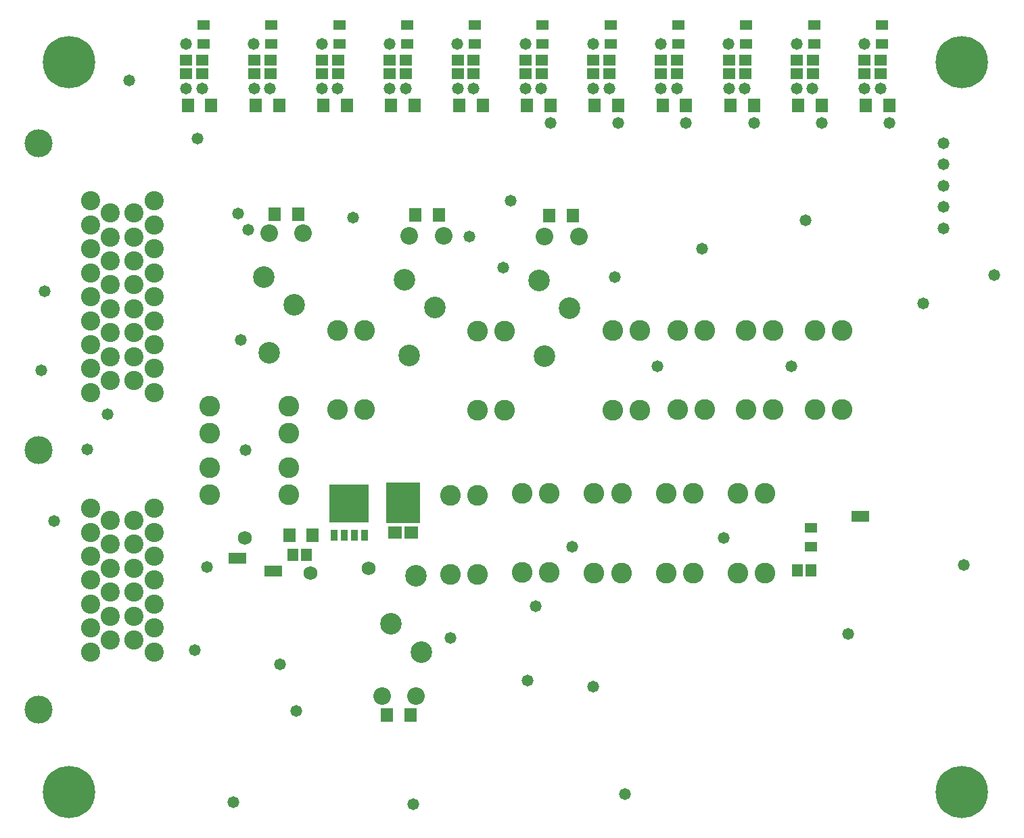
<source format=gbr>
%TF.GenerationSoftware,Altium Limited,Altium Designer,19.0.10 (269)*%
G04 Layer_Color=8388736*
%FSLAX26Y26*%
%MOIN*%
%TF.FileFunction,Soldermask,Top*%
%TF.Part,Single*%
G01*
G75*
%TA.AperFunction,SMDPad,CuDef*%
%ADD42R,0.061150X0.053276*%
%TA.AperFunction,ComponentPad*%
%ADD43C,0.102488*%
%ADD44C,0.094614*%
%ADD45C,0.137921*%
%TA.AperFunction,ViaPad*%
%ADD46C,0.068000*%
%ADD47C,0.258000*%
%TA.AperFunction,ComponentPad*%
%ADD48C,0.106425*%
%ADD49C,0.086740*%
%TA.AperFunction,ViaPad*%
%ADD50C,0.058000*%
%TA.AperFunction,SMDPad,CuDef*%
%ADD53R,0.088709X0.053276*%
%ADD54R,0.061150X0.065087*%
%ADD55R,0.059181X0.051307*%
%ADD56R,0.053276X0.061150*%
%ADD57R,0.193039X0.189102*%
%ADD58R,0.035559X0.053276*%
%ADD59R,0.065087X0.059181*%
%ADD60R,0.171386X0.200913*%
D42*
X879016Y3841276D02*
D03*
Y3910173D02*
D03*
X1213307Y3841276D02*
D03*
Y3910173D02*
D03*
X1547597Y3841276D02*
D03*
Y3910173D02*
D03*
X1881888Y3841276D02*
D03*
Y3910173D02*
D03*
X2216179Y3841276D02*
D03*
Y3910173D02*
D03*
X3887632Y3841276D02*
D03*
Y3910173D02*
D03*
X4221922Y3841276D02*
D03*
Y3910173D02*
D03*
X3553341Y3841276D02*
D03*
Y3910173D02*
D03*
X3219050Y3841276D02*
D03*
Y3910173D02*
D03*
X2884760Y3841276D02*
D03*
Y3910173D02*
D03*
X2550469Y3841276D02*
D03*
Y3910173D02*
D03*
X3632633Y3910174D02*
D03*
Y3841276D02*
D03*
X3966923Y3910174D02*
D03*
Y3841276D02*
D03*
X4301214Y3910174D02*
D03*
Y3841276D02*
D03*
X1961179Y3910174D02*
D03*
Y3841276D02*
D03*
X2295470Y3910174D02*
D03*
Y3841276D02*
D03*
X2629761Y3910174D02*
D03*
Y3841276D02*
D03*
X2964051Y3910174D02*
D03*
Y3841276D02*
D03*
X3298342Y3910174D02*
D03*
Y3841276D02*
D03*
X1626889Y3910174D02*
D03*
Y3841276D02*
D03*
X958308Y3910174D02*
D03*
Y3841276D02*
D03*
X1292598Y3910174D02*
D03*
Y3841276D02*
D03*
D43*
X1385551Y1765000D02*
D03*
X995000D02*
D03*
X1385551Y1898858D02*
D03*
X995000D02*
D03*
Y2203780D02*
D03*
X1385551D02*
D03*
X995000Y2069921D02*
D03*
X1385551D02*
D03*
X1624843Y2186206D02*
D03*
Y2576757D02*
D03*
X1758701Y2186206D02*
D03*
Y2576757D02*
D03*
X2313490Y2181724D02*
D03*
Y2572276D02*
D03*
X2447348Y2181724D02*
D03*
Y2572276D02*
D03*
X2979165Y2183724D02*
D03*
Y2574276D02*
D03*
X3113023Y2183724D02*
D03*
Y2574276D02*
D03*
X3299361Y2184449D02*
D03*
Y2575000D02*
D03*
X3433220Y2184449D02*
D03*
Y2575000D02*
D03*
X3638246Y2184724D02*
D03*
Y2575276D02*
D03*
X3772104Y2184724D02*
D03*
Y2575276D02*
D03*
X3978379Y2184898D02*
D03*
Y2575450D02*
D03*
X4112237Y2184898D02*
D03*
Y2575450D02*
D03*
X3731237Y1771450D02*
D03*
Y1380898D02*
D03*
X3597378Y1771450D02*
D03*
Y1380898D02*
D03*
X3376886Y1771000D02*
D03*
Y1380449D02*
D03*
X3243028Y1771000D02*
D03*
Y1380449D02*
D03*
X3022570Y1771450D02*
D03*
Y1380898D02*
D03*
X2888712Y1771450D02*
D03*
Y1380898D02*
D03*
X2667701Y1771757D02*
D03*
Y1381206D02*
D03*
X2533843Y1771757D02*
D03*
Y1381206D02*
D03*
X2313314Y1763253D02*
D03*
Y1372702D02*
D03*
X2179456Y1763253D02*
D03*
Y1372702D02*
D03*
D44*
X720866Y2269685D02*
D03*
Y2387795D02*
D03*
Y2505905D02*
D03*
Y2624016D02*
D03*
Y2742126D02*
D03*
Y2860236D02*
D03*
Y2978347D02*
D03*
Y3096457D02*
D03*
Y3214567D02*
D03*
X622441Y2328740D02*
D03*
Y2446850D02*
D03*
Y2564961D02*
D03*
Y2683071D02*
D03*
Y2801181D02*
D03*
Y2919291D02*
D03*
Y3037402D02*
D03*
Y3155512D02*
D03*
X504331Y2328740D02*
D03*
Y2446850D02*
D03*
Y2564961D02*
D03*
Y2683071D02*
D03*
Y2801181D02*
D03*
Y2919291D02*
D03*
Y3037402D02*
D03*
Y3155512D02*
D03*
X405906Y2269685D02*
D03*
Y2387795D02*
D03*
Y2505905D02*
D03*
Y2624016D02*
D03*
Y2742126D02*
D03*
Y2860236D02*
D03*
Y2978347D02*
D03*
Y3096457D02*
D03*
Y3214567D02*
D03*
Y1698819D02*
D03*
Y1580709D02*
D03*
Y1462599D02*
D03*
Y1344488D02*
D03*
Y1226378D02*
D03*
Y1108268D02*
D03*
Y990158D02*
D03*
X504331Y1639764D02*
D03*
Y1521654D02*
D03*
Y1403543D02*
D03*
Y1285433D02*
D03*
Y1167323D02*
D03*
Y1049213D02*
D03*
X622441Y1639764D02*
D03*
Y1521654D02*
D03*
Y1403543D02*
D03*
Y1285433D02*
D03*
Y1167323D02*
D03*
Y1049213D02*
D03*
X720866Y1698819D02*
D03*
Y1580709D02*
D03*
Y1462599D02*
D03*
Y1344488D02*
D03*
Y1226378D02*
D03*
Y1108268D02*
D03*
Y990158D02*
D03*
D45*
X150000Y704724D02*
D03*
Y1984252D02*
D03*
Y3500000D02*
D03*
D46*
X1166000Y1552000D02*
D03*
X1777000Y1401000D02*
D03*
X1490000Y1380000D02*
D03*
D47*
X4700000Y300000D02*
D03*
Y3900000D02*
D03*
X300000D02*
D03*
Y300000D02*
D03*
D48*
X2644656Y2449512D02*
D03*
X2619065Y2823528D02*
D03*
X2768671Y2685732D02*
D03*
X1979001Y2452449D02*
D03*
X1953410Y2826465D02*
D03*
X2103016Y2688670D02*
D03*
X1286000Y2466449D02*
D03*
X1260410Y2840465D02*
D03*
X1410016Y2702669D02*
D03*
X2011929Y1364551D02*
D03*
X2037520Y990535D02*
D03*
X1887913Y1128331D02*
D03*
D49*
X2813947Y3040063D02*
D03*
X2644656D02*
D03*
X2148292Y3043001D02*
D03*
X1979001D02*
D03*
X1455292Y3057000D02*
D03*
X1286000D02*
D03*
X1842638Y774000D02*
D03*
X2011929D02*
D03*
D50*
X1135236Y3151764D02*
D03*
X1184000Y3071000D02*
D03*
X1701000Y3133000D02*
D03*
X934000Y3524000D02*
D03*
X3528000Y1553000D02*
D03*
X2272663Y3040000D02*
D03*
X2476217Y3214567D02*
D03*
X164695Y2380000D02*
D03*
X180000Y2769010D02*
D03*
X4344456Y3600000D02*
D03*
X3342396D02*
D03*
X597000Y3810000D02*
D03*
X4860000Y2850000D02*
D03*
X227000Y1634278D02*
D03*
X490000Y2162952D02*
D03*
X390000Y1990000D02*
D03*
X3860000Y2400000D02*
D03*
X3202201D02*
D03*
X2780726Y1510000D02*
D03*
X4710000Y1420000D02*
D03*
X4510000Y2710000D02*
D03*
X3930000Y3120000D02*
D03*
X3420000Y2980000D02*
D03*
X2990000Y2840465D02*
D03*
X2440000Y2884821D02*
D03*
X1170000Y1984252D02*
D03*
X1146000Y2530000D02*
D03*
X980000Y1410000D02*
D03*
X920000Y1000000D02*
D03*
X1340000Y930000D02*
D03*
X2180000Y1060000D02*
D03*
X1420000Y700000D02*
D03*
X2601000Y1215000D02*
D03*
X2560000Y850000D02*
D03*
X2883776Y820000D02*
D03*
X4140000Y1080000D02*
D03*
X3040000Y290000D02*
D03*
X1995969Y240000D02*
D03*
X1110000Y250000D02*
D03*
X3965388Y3768482D02*
D03*
X1959644D02*
D03*
X1625353D02*
D03*
X1881888Y3770726D02*
D03*
X4610000Y3080000D02*
D03*
Y3185000D02*
D03*
Y3290000D02*
D03*
Y3395000D02*
D03*
Y3500000D02*
D03*
X4010977Y3600000D02*
D03*
X3676686D02*
D03*
X3296806Y3768482D02*
D03*
X3008105Y3600000D02*
D03*
X2673814D02*
D03*
X1291063Y3768482D02*
D03*
X1212323Y3989740D02*
D03*
X1213307Y3770726D02*
D03*
X1546613Y3989740D02*
D03*
X1547597Y3770726D02*
D03*
X3631097Y3768482D02*
D03*
X3552357Y3989740D02*
D03*
X3553341Y3770726D02*
D03*
X3886647Y3989740D02*
D03*
X3887632Y3770726D02*
D03*
X4299678Y3768482D02*
D03*
X4220938Y3989740D02*
D03*
X4221922Y3770726D02*
D03*
X1880904Y3989740D02*
D03*
X2293935Y3768482D02*
D03*
X2215194Y3989740D02*
D03*
X2216179Y3770726D02*
D03*
X2628225Y3768482D02*
D03*
X2549485Y3989740D02*
D03*
X2550469Y3770726D02*
D03*
X2962516Y3768482D02*
D03*
X2883776Y3989740D02*
D03*
X2884760Y3770726D02*
D03*
X3218066Y3989740D02*
D03*
X3219050Y3770726D02*
D03*
X956772Y3768482D02*
D03*
X878032Y3989740D02*
D03*
X879016Y3770726D02*
D03*
D53*
X4200000Y1660000D02*
D03*
X1130000Y1451783D02*
D03*
X1307000Y1389627D02*
D03*
D54*
X2784661Y3141000D02*
D03*
X2668520D02*
D03*
X2125071Y3146000D02*
D03*
X2008929D02*
D03*
X1430071Y3150000D02*
D03*
X1313929D02*
D03*
X1868520Y679000D02*
D03*
X1984661D02*
D03*
X1670943Y3686000D02*
D03*
X1554801D02*
D03*
X1336652D02*
D03*
X1220510D02*
D03*
X1002361D02*
D03*
X886220D02*
D03*
X2005233D02*
D03*
X1889092D02*
D03*
X3676686D02*
D03*
X3560545D02*
D03*
X4345267D02*
D03*
X4229126D02*
D03*
X4010977D02*
D03*
X3894835D02*
D03*
X2673814D02*
D03*
X2557673D02*
D03*
X2339524D02*
D03*
X2223382D02*
D03*
X3342396D02*
D03*
X3226254D02*
D03*
X3008105D02*
D03*
X2891963D02*
D03*
X1502362Y1564362D02*
D03*
X1386221D02*
D03*
D55*
X1967162Y3990724D02*
D03*
Y4081276D02*
D03*
X2301453Y3990724D02*
D03*
Y4081276D02*
D03*
X2635744Y3990724D02*
D03*
Y4081276D02*
D03*
X2970034Y3990724D02*
D03*
Y4081276D02*
D03*
X3304325Y3990724D02*
D03*
Y4081276D02*
D03*
X3638615Y3990724D02*
D03*
Y4081276D02*
D03*
X3972906Y3990724D02*
D03*
Y4081276D02*
D03*
X4307197Y3990724D02*
D03*
Y4081276D02*
D03*
X1632872Y3990724D02*
D03*
Y4081276D02*
D03*
X1298581Y3990724D02*
D03*
Y4081276D02*
D03*
X964291Y3990724D02*
D03*
Y4081276D02*
D03*
X3958308Y1601071D02*
D03*
Y1510520D02*
D03*
D56*
X3889411Y1393000D02*
D03*
X3958308D02*
D03*
X1471740Y1469362D02*
D03*
X1402843D02*
D03*
D57*
X1681923Y1724173D02*
D03*
D58*
X1756923Y1566693D02*
D03*
X1706923D02*
D03*
X1656923D02*
D03*
X1606923D02*
D03*
D59*
X1906920Y1579055D02*
D03*
X1986920D02*
D03*
D60*
X1946920Y1725000D02*
D03*
%TF.MD5,d995195c13623f350523e33e022ef0fb*%
M02*

</source>
